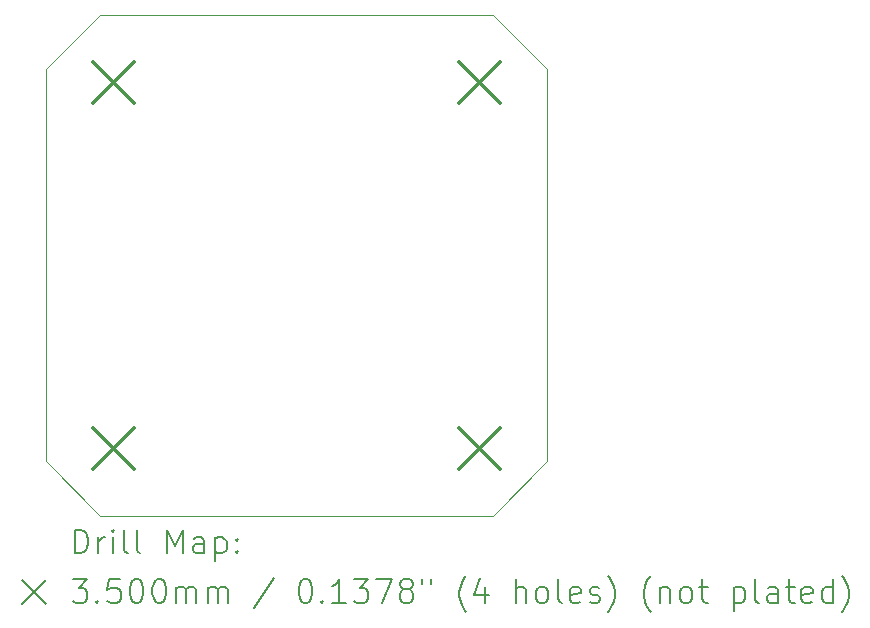
<source format=gbr>
%TF.GenerationSoftware,KiCad,Pcbnew,7.0.1*%
%TF.CreationDate,2024-04-15T22:24:18+02:00*%
%TF.ProjectId,nema17_driver,6e656d61-3137-45f6-9472-697665722e6b,rev?*%
%TF.SameCoordinates,Original*%
%TF.FileFunction,Drillmap*%
%TF.FilePolarity,Positive*%
%FSLAX45Y45*%
G04 Gerber Fmt 4.5, Leading zero omitted, Abs format (unit mm)*
G04 Created by KiCad (PCBNEW 7.0.1) date 2024-04-15 22:24:18*
%MOMM*%
%LPD*%
G01*
G04 APERTURE LIST*
%ADD10C,0.100000*%
%ADD11C,0.200000*%
%ADD12C,0.350000*%
G04 APERTURE END LIST*
D10*
X12480000Y-9760000D02*
X12480000Y-6440000D01*
X16720000Y-9760000D02*
X16260000Y-10220000D01*
X16260000Y-10220000D02*
X12940000Y-10220000D01*
X16720000Y-6440000D02*
X16720000Y-9760000D01*
X12940000Y-10220000D02*
X12480000Y-9760000D01*
X12940000Y-5980000D02*
X16260000Y-5980000D01*
X16260000Y-5980000D02*
X16720000Y-6440000D01*
X12480000Y-6440000D02*
X12940000Y-5980000D01*
D11*
D12*
X12875000Y-6375000D02*
X13225000Y-6725000D01*
X13225000Y-6375000D02*
X12875000Y-6725000D01*
X12875000Y-9475000D02*
X13225000Y-9825000D01*
X13225000Y-9475000D02*
X12875000Y-9825000D01*
X15975000Y-6375000D02*
X16325000Y-6725000D01*
X16325000Y-6375000D02*
X15975000Y-6725000D01*
X15975000Y-9475000D02*
X16325000Y-9825000D01*
X16325000Y-9475000D02*
X15975000Y-9825000D01*
D11*
X12722619Y-10537524D02*
X12722619Y-10337524D01*
X12722619Y-10337524D02*
X12770238Y-10337524D01*
X12770238Y-10337524D02*
X12798809Y-10347048D01*
X12798809Y-10347048D02*
X12817857Y-10366095D01*
X12817857Y-10366095D02*
X12827381Y-10385143D01*
X12827381Y-10385143D02*
X12836905Y-10423238D01*
X12836905Y-10423238D02*
X12836905Y-10451810D01*
X12836905Y-10451810D02*
X12827381Y-10489905D01*
X12827381Y-10489905D02*
X12817857Y-10508952D01*
X12817857Y-10508952D02*
X12798809Y-10528000D01*
X12798809Y-10528000D02*
X12770238Y-10537524D01*
X12770238Y-10537524D02*
X12722619Y-10537524D01*
X12922619Y-10537524D02*
X12922619Y-10404190D01*
X12922619Y-10442286D02*
X12932143Y-10423238D01*
X12932143Y-10423238D02*
X12941667Y-10413714D01*
X12941667Y-10413714D02*
X12960714Y-10404190D01*
X12960714Y-10404190D02*
X12979762Y-10404190D01*
X13046428Y-10537524D02*
X13046428Y-10404190D01*
X13046428Y-10337524D02*
X13036905Y-10347048D01*
X13036905Y-10347048D02*
X13046428Y-10356571D01*
X13046428Y-10356571D02*
X13055952Y-10347048D01*
X13055952Y-10347048D02*
X13046428Y-10337524D01*
X13046428Y-10337524D02*
X13046428Y-10356571D01*
X13170238Y-10537524D02*
X13151190Y-10528000D01*
X13151190Y-10528000D02*
X13141667Y-10508952D01*
X13141667Y-10508952D02*
X13141667Y-10337524D01*
X13275000Y-10537524D02*
X13255952Y-10528000D01*
X13255952Y-10528000D02*
X13246428Y-10508952D01*
X13246428Y-10508952D02*
X13246428Y-10337524D01*
X13503571Y-10537524D02*
X13503571Y-10337524D01*
X13503571Y-10337524D02*
X13570238Y-10480381D01*
X13570238Y-10480381D02*
X13636905Y-10337524D01*
X13636905Y-10337524D02*
X13636905Y-10537524D01*
X13817857Y-10537524D02*
X13817857Y-10432762D01*
X13817857Y-10432762D02*
X13808333Y-10413714D01*
X13808333Y-10413714D02*
X13789286Y-10404190D01*
X13789286Y-10404190D02*
X13751190Y-10404190D01*
X13751190Y-10404190D02*
X13732143Y-10413714D01*
X13817857Y-10528000D02*
X13798809Y-10537524D01*
X13798809Y-10537524D02*
X13751190Y-10537524D01*
X13751190Y-10537524D02*
X13732143Y-10528000D01*
X13732143Y-10528000D02*
X13722619Y-10508952D01*
X13722619Y-10508952D02*
X13722619Y-10489905D01*
X13722619Y-10489905D02*
X13732143Y-10470857D01*
X13732143Y-10470857D02*
X13751190Y-10461333D01*
X13751190Y-10461333D02*
X13798809Y-10461333D01*
X13798809Y-10461333D02*
X13817857Y-10451810D01*
X13913095Y-10404190D02*
X13913095Y-10604190D01*
X13913095Y-10413714D02*
X13932143Y-10404190D01*
X13932143Y-10404190D02*
X13970238Y-10404190D01*
X13970238Y-10404190D02*
X13989286Y-10413714D01*
X13989286Y-10413714D02*
X13998809Y-10423238D01*
X13998809Y-10423238D02*
X14008333Y-10442286D01*
X14008333Y-10442286D02*
X14008333Y-10499429D01*
X14008333Y-10499429D02*
X13998809Y-10518476D01*
X13998809Y-10518476D02*
X13989286Y-10528000D01*
X13989286Y-10528000D02*
X13970238Y-10537524D01*
X13970238Y-10537524D02*
X13932143Y-10537524D01*
X13932143Y-10537524D02*
X13913095Y-10528000D01*
X14094048Y-10518476D02*
X14103571Y-10528000D01*
X14103571Y-10528000D02*
X14094048Y-10537524D01*
X14094048Y-10537524D02*
X14084524Y-10528000D01*
X14084524Y-10528000D02*
X14094048Y-10518476D01*
X14094048Y-10518476D02*
X14094048Y-10537524D01*
X14094048Y-10413714D02*
X14103571Y-10423238D01*
X14103571Y-10423238D02*
X14094048Y-10432762D01*
X14094048Y-10432762D02*
X14084524Y-10423238D01*
X14084524Y-10423238D02*
X14094048Y-10413714D01*
X14094048Y-10413714D02*
X14094048Y-10432762D01*
X12275000Y-10765000D02*
X12475000Y-10965000D01*
X12475000Y-10765000D02*
X12275000Y-10965000D01*
X12703571Y-10757524D02*
X12827381Y-10757524D01*
X12827381Y-10757524D02*
X12760714Y-10833714D01*
X12760714Y-10833714D02*
X12789286Y-10833714D01*
X12789286Y-10833714D02*
X12808333Y-10843238D01*
X12808333Y-10843238D02*
X12817857Y-10852762D01*
X12817857Y-10852762D02*
X12827381Y-10871810D01*
X12827381Y-10871810D02*
X12827381Y-10919429D01*
X12827381Y-10919429D02*
X12817857Y-10938476D01*
X12817857Y-10938476D02*
X12808333Y-10948000D01*
X12808333Y-10948000D02*
X12789286Y-10957524D01*
X12789286Y-10957524D02*
X12732143Y-10957524D01*
X12732143Y-10957524D02*
X12713095Y-10948000D01*
X12713095Y-10948000D02*
X12703571Y-10938476D01*
X12913095Y-10938476D02*
X12922619Y-10948000D01*
X12922619Y-10948000D02*
X12913095Y-10957524D01*
X12913095Y-10957524D02*
X12903571Y-10948000D01*
X12903571Y-10948000D02*
X12913095Y-10938476D01*
X12913095Y-10938476D02*
X12913095Y-10957524D01*
X13103571Y-10757524D02*
X13008333Y-10757524D01*
X13008333Y-10757524D02*
X12998809Y-10852762D01*
X12998809Y-10852762D02*
X13008333Y-10843238D01*
X13008333Y-10843238D02*
X13027381Y-10833714D01*
X13027381Y-10833714D02*
X13075000Y-10833714D01*
X13075000Y-10833714D02*
X13094048Y-10843238D01*
X13094048Y-10843238D02*
X13103571Y-10852762D01*
X13103571Y-10852762D02*
X13113095Y-10871810D01*
X13113095Y-10871810D02*
X13113095Y-10919429D01*
X13113095Y-10919429D02*
X13103571Y-10938476D01*
X13103571Y-10938476D02*
X13094048Y-10948000D01*
X13094048Y-10948000D02*
X13075000Y-10957524D01*
X13075000Y-10957524D02*
X13027381Y-10957524D01*
X13027381Y-10957524D02*
X13008333Y-10948000D01*
X13008333Y-10948000D02*
X12998809Y-10938476D01*
X13236905Y-10757524D02*
X13255952Y-10757524D01*
X13255952Y-10757524D02*
X13275000Y-10767048D01*
X13275000Y-10767048D02*
X13284524Y-10776571D01*
X13284524Y-10776571D02*
X13294048Y-10795619D01*
X13294048Y-10795619D02*
X13303571Y-10833714D01*
X13303571Y-10833714D02*
X13303571Y-10881333D01*
X13303571Y-10881333D02*
X13294048Y-10919429D01*
X13294048Y-10919429D02*
X13284524Y-10938476D01*
X13284524Y-10938476D02*
X13275000Y-10948000D01*
X13275000Y-10948000D02*
X13255952Y-10957524D01*
X13255952Y-10957524D02*
X13236905Y-10957524D01*
X13236905Y-10957524D02*
X13217857Y-10948000D01*
X13217857Y-10948000D02*
X13208333Y-10938476D01*
X13208333Y-10938476D02*
X13198809Y-10919429D01*
X13198809Y-10919429D02*
X13189286Y-10881333D01*
X13189286Y-10881333D02*
X13189286Y-10833714D01*
X13189286Y-10833714D02*
X13198809Y-10795619D01*
X13198809Y-10795619D02*
X13208333Y-10776571D01*
X13208333Y-10776571D02*
X13217857Y-10767048D01*
X13217857Y-10767048D02*
X13236905Y-10757524D01*
X13427381Y-10757524D02*
X13446429Y-10757524D01*
X13446429Y-10757524D02*
X13465476Y-10767048D01*
X13465476Y-10767048D02*
X13475000Y-10776571D01*
X13475000Y-10776571D02*
X13484524Y-10795619D01*
X13484524Y-10795619D02*
X13494048Y-10833714D01*
X13494048Y-10833714D02*
X13494048Y-10881333D01*
X13494048Y-10881333D02*
X13484524Y-10919429D01*
X13484524Y-10919429D02*
X13475000Y-10938476D01*
X13475000Y-10938476D02*
X13465476Y-10948000D01*
X13465476Y-10948000D02*
X13446429Y-10957524D01*
X13446429Y-10957524D02*
X13427381Y-10957524D01*
X13427381Y-10957524D02*
X13408333Y-10948000D01*
X13408333Y-10948000D02*
X13398809Y-10938476D01*
X13398809Y-10938476D02*
X13389286Y-10919429D01*
X13389286Y-10919429D02*
X13379762Y-10881333D01*
X13379762Y-10881333D02*
X13379762Y-10833714D01*
X13379762Y-10833714D02*
X13389286Y-10795619D01*
X13389286Y-10795619D02*
X13398809Y-10776571D01*
X13398809Y-10776571D02*
X13408333Y-10767048D01*
X13408333Y-10767048D02*
X13427381Y-10757524D01*
X13579762Y-10957524D02*
X13579762Y-10824190D01*
X13579762Y-10843238D02*
X13589286Y-10833714D01*
X13589286Y-10833714D02*
X13608333Y-10824190D01*
X13608333Y-10824190D02*
X13636905Y-10824190D01*
X13636905Y-10824190D02*
X13655952Y-10833714D01*
X13655952Y-10833714D02*
X13665476Y-10852762D01*
X13665476Y-10852762D02*
X13665476Y-10957524D01*
X13665476Y-10852762D02*
X13675000Y-10833714D01*
X13675000Y-10833714D02*
X13694048Y-10824190D01*
X13694048Y-10824190D02*
X13722619Y-10824190D01*
X13722619Y-10824190D02*
X13741667Y-10833714D01*
X13741667Y-10833714D02*
X13751190Y-10852762D01*
X13751190Y-10852762D02*
X13751190Y-10957524D01*
X13846429Y-10957524D02*
X13846429Y-10824190D01*
X13846429Y-10843238D02*
X13855952Y-10833714D01*
X13855952Y-10833714D02*
X13875000Y-10824190D01*
X13875000Y-10824190D02*
X13903571Y-10824190D01*
X13903571Y-10824190D02*
X13922619Y-10833714D01*
X13922619Y-10833714D02*
X13932143Y-10852762D01*
X13932143Y-10852762D02*
X13932143Y-10957524D01*
X13932143Y-10852762D02*
X13941667Y-10833714D01*
X13941667Y-10833714D02*
X13960714Y-10824190D01*
X13960714Y-10824190D02*
X13989286Y-10824190D01*
X13989286Y-10824190D02*
X14008333Y-10833714D01*
X14008333Y-10833714D02*
X14017857Y-10852762D01*
X14017857Y-10852762D02*
X14017857Y-10957524D01*
X14408333Y-10748000D02*
X14236905Y-11005143D01*
X14665476Y-10757524D02*
X14684524Y-10757524D01*
X14684524Y-10757524D02*
X14703572Y-10767048D01*
X14703572Y-10767048D02*
X14713095Y-10776571D01*
X14713095Y-10776571D02*
X14722619Y-10795619D01*
X14722619Y-10795619D02*
X14732143Y-10833714D01*
X14732143Y-10833714D02*
X14732143Y-10881333D01*
X14732143Y-10881333D02*
X14722619Y-10919429D01*
X14722619Y-10919429D02*
X14713095Y-10938476D01*
X14713095Y-10938476D02*
X14703572Y-10948000D01*
X14703572Y-10948000D02*
X14684524Y-10957524D01*
X14684524Y-10957524D02*
X14665476Y-10957524D01*
X14665476Y-10957524D02*
X14646429Y-10948000D01*
X14646429Y-10948000D02*
X14636905Y-10938476D01*
X14636905Y-10938476D02*
X14627381Y-10919429D01*
X14627381Y-10919429D02*
X14617857Y-10881333D01*
X14617857Y-10881333D02*
X14617857Y-10833714D01*
X14617857Y-10833714D02*
X14627381Y-10795619D01*
X14627381Y-10795619D02*
X14636905Y-10776571D01*
X14636905Y-10776571D02*
X14646429Y-10767048D01*
X14646429Y-10767048D02*
X14665476Y-10757524D01*
X14817857Y-10938476D02*
X14827381Y-10948000D01*
X14827381Y-10948000D02*
X14817857Y-10957524D01*
X14817857Y-10957524D02*
X14808333Y-10948000D01*
X14808333Y-10948000D02*
X14817857Y-10938476D01*
X14817857Y-10938476D02*
X14817857Y-10957524D01*
X15017857Y-10957524D02*
X14903572Y-10957524D01*
X14960714Y-10957524D02*
X14960714Y-10757524D01*
X14960714Y-10757524D02*
X14941667Y-10786095D01*
X14941667Y-10786095D02*
X14922619Y-10805143D01*
X14922619Y-10805143D02*
X14903572Y-10814667D01*
X15084524Y-10757524D02*
X15208333Y-10757524D01*
X15208333Y-10757524D02*
X15141667Y-10833714D01*
X15141667Y-10833714D02*
X15170238Y-10833714D01*
X15170238Y-10833714D02*
X15189286Y-10843238D01*
X15189286Y-10843238D02*
X15198810Y-10852762D01*
X15198810Y-10852762D02*
X15208333Y-10871810D01*
X15208333Y-10871810D02*
X15208333Y-10919429D01*
X15208333Y-10919429D02*
X15198810Y-10938476D01*
X15198810Y-10938476D02*
X15189286Y-10948000D01*
X15189286Y-10948000D02*
X15170238Y-10957524D01*
X15170238Y-10957524D02*
X15113095Y-10957524D01*
X15113095Y-10957524D02*
X15094048Y-10948000D01*
X15094048Y-10948000D02*
X15084524Y-10938476D01*
X15275000Y-10757524D02*
X15408333Y-10757524D01*
X15408333Y-10757524D02*
X15322619Y-10957524D01*
X15513095Y-10843238D02*
X15494048Y-10833714D01*
X15494048Y-10833714D02*
X15484524Y-10824190D01*
X15484524Y-10824190D02*
X15475000Y-10805143D01*
X15475000Y-10805143D02*
X15475000Y-10795619D01*
X15475000Y-10795619D02*
X15484524Y-10776571D01*
X15484524Y-10776571D02*
X15494048Y-10767048D01*
X15494048Y-10767048D02*
X15513095Y-10757524D01*
X15513095Y-10757524D02*
X15551191Y-10757524D01*
X15551191Y-10757524D02*
X15570238Y-10767048D01*
X15570238Y-10767048D02*
X15579762Y-10776571D01*
X15579762Y-10776571D02*
X15589286Y-10795619D01*
X15589286Y-10795619D02*
X15589286Y-10805143D01*
X15589286Y-10805143D02*
X15579762Y-10824190D01*
X15579762Y-10824190D02*
X15570238Y-10833714D01*
X15570238Y-10833714D02*
X15551191Y-10843238D01*
X15551191Y-10843238D02*
X15513095Y-10843238D01*
X15513095Y-10843238D02*
X15494048Y-10852762D01*
X15494048Y-10852762D02*
X15484524Y-10862286D01*
X15484524Y-10862286D02*
X15475000Y-10881333D01*
X15475000Y-10881333D02*
X15475000Y-10919429D01*
X15475000Y-10919429D02*
X15484524Y-10938476D01*
X15484524Y-10938476D02*
X15494048Y-10948000D01*
X15494048Y-10948000D02*
X15513095Y-10957524D01*
X15513095Y-10957524D02*
X15551191Y-10957524D01*
X15551191Y-10957524D02*
X15570238Y-10948000D01*
X15570238Y-10948000D02*
X15579762Y-10938476D01*
X15579762Y-10938476D02*
X15589286Y-10919429D01*
X15589286Y-10919429D02*
X15589286Y-10881333D01*
X15589286Y-10881333D02*
X15579762Y-10862286D01*
X15579762Y-10862286D02*
X15570238Y-10852762D01*
X15570238Y-10852762D02*
X15551191Y-10843238D01*
X15665476Y-10757524D02*
X15665476Y-10795619D01*
X15741667Y-10757524D02*
X15741667Y-10795619D01*
X16036905Y-11033714D02*
X16027381Y-11024190D01*
X16027381Y-11024190D02*
X16008334Y-10995619D01*
X16008334Y-10995619D02*
X15998810Y-10976571D01*
X15998810Y-10976571D02*
X15989286Y-10948000D01*
X15989286Y-10948000D02*
X15979762Y-10900381D01*
X15979762Y-10900381D02*
X15979762Y-10862286D01*
X15979762Y-10862286D02*
X15989286Y-10814667D01*
X15989286Y-10814667D02*
X15998810Y-10786095D01*
X15998810Y-10786095D02*
X16008334Y-10767048D01*
X16008334Y-10767048D02*
X16027381Y-10738476D01*
X16027381Y-10738476D02*
X16036905Y-10728952D01*
X16198810Y-10824190D02*
X16198810Y-10957524D01*
X16151191Y-10748000D02*
X16103572Y-10890857D01*
X16103572Y-10890857D02*
X16227381Y-10890857D01*
X16455953Y-10957524D02*
X16455953Y-10757524D01*
X16541667Y-10957524D02*
X16541667Y-10852762D01*
X16541667Y-10852762D02*
X16532143Y-10833714D01*
X16532143Y-10833714D02*
X16513096Y-10824190D01*
X16513096Y-10824190D02*
X16484524Y-10824190D01*
X16484524Y-10824190D02*
X16465476Y-10833714D01*
X16465476Y-10833714D02*
X16455953Y-10843238D01*
X16665476Y-10957524D02*
X16646429Y-10948000D01*
X16646429Y-10948000D02*
X16636905Y-10938476D01*
X16636905Y-10938476D02*
X16627381Y-10919429D01*
X16627381Y-10919429D02*
X16627381Y-10862286D01*
X16627381Y-10862286D02*
X16636905Y-10843238D01*
X16636905Y-10843238D02*
X16646429Y-10833714D01*
X16646429Y-10833714D02*
X16665476Y-10824190D01*
X16665476Y-10824190D02*
X16694048Y-10824190D01*
X16694048Y-10824190D02*
X16713096Y-10833714D01*
X16713096Y-10833714D02*
X16722619Y-10843238D01*
X16722619Y-10843238D02*
X16732143Y-10862286D01*
X16732143Y-10862286D02*
X16732143Y-10919429D01*
X16732143Y-10919429D02*
X16722619Y-10938476D01*
X16722619Y-10938476D02*
X16713096Y-10948000D01*
X16713096Y-10948000D02*
X16694048Y-10957524D01*
X16694048Y-10957524D02*
X16665476Y-10957524D01*
X16846429Y-10957524D02*
X16827381Y-10948000D01*
X16827381Y-10948000D02*
X16817858Y-10928952D01*
X16817858Y-10928952D02*
X16817858Y-10757524D01*
X16998810Y-10948000D02*
X16979762Y-10957524D01*
X16979762Y-10957524D02*
X16941667Y-10957524D01*
X16941667Y-10957524D02*
X16922619Y-10948000D01*
X16922619Y-10948000D02*
X16913096Y-10928952D01*
X16913096Y-10928952D02*
X16913096Y-10852762D01*
X16913096Y-10852762D02*
X16922619Y-10833714D01*
X16922619Y-10833714D02*
X16941667Y-10824190D01*
X16941667Y-10824190D02*
X16979762Y-10824190D01*
X16979762Y-10824190D02*
X16998810Y-10833714D01*
X16998810Y-10833714D02*
X17008334Y-10852762D01*
X17008334Y-10852762D02*
X17008334Y-10871810D01*
X17008334Y-10871810D02*
X16913096Y-10890857D01*
X17084524Y-10948000D02*
X17103572Y-10957524D01*
X17103572Y-10957524D02*
X17141667Y-10957524D01*
X17141667Y-10957524D02*
X17160715Y-10948000D01*
X17160715Y-10948000D02*
X17170239Y-10928952D01*
X17170239Y-10928952D02*
X17170239Y-10919429D01*
X17170239Y-10919429D02*
X17160715Y-10900381D01*
X17160715Y-10900381D02*
X17141667Y-10890857D01*
X17141667Y-10890857D02*
X17113096Y-10890857D01*
X17113096Y-10890857D02*
X17094048Y-10881333D01*
X17094048Y-10881333D02*
X17084524Y-10862286D01*
X17084524Y-10862286D02*
X17084524Y-10852762D01*
X17084524Y-10852762D02*
X17094048Y-10833714D01*
X17094048Y-10833714D02*
X17113096Y-10824190D01*
X17113096Y-10824190D02*
X17141667Y-10824190D01*
X17141667Y-10824190D02*
X17160715Y-10833714D01*
X17236905Y-11033714D02*
X17246429Y-11024190D01*
X17246429Y-11024190D02*
X17265477Y-10995619D01*
X17265477Y-10995619D02*
X17275000Y-10976571D01*
X17275000Y-10976571D02*
X17284524Y-10948000D01*
X17284524Y-10948000D02*
X17294048Y-10900381D01*
X17294048Y-10900381D02*
X17294048Y-10862286D01*
X17294048Y-10862286D02*
X17284524Y-10814667D01*
X17284524Y-10814667D02*
X17275000Y-10786095D01*
X17275000Y-10786095D02*
X17265477Y-10767048D01*
X17265477Y-10767048D02*
X17246429Y-10738476D01*
X17246429Y-10738476D02*
X17236905Y-10728952D01*
X17598810Y-11033714D02*
X17589286Y-11024190D01*
X17589286Y-11024190D02*
X17570239Y-10995619D01*
X17570239Y-10995619D02*
X17560715Y-10976571D01*
X17560715Y-10976571D02*
X17551191Y-10948000D01*
X17551191Y-10948000D02*
X17541667Y-10900381D01*
X17541667Y-10900381D02*
X17541667Y-10862286D01*
X17541667Y-10862286D02*
X17551191Y-10814667D01*
X17551191Y-10814667D02*
X17560715Y-10786095D01*
X17560715Y-10786095D02*
X17570239Y-10767048D01*
X17570239Y-10767048D02*
X17589286Y-10738476D01*
X17589286Y-10738476D02*
X17598810Y-10728952D01*
X17675000Y-10824190D02*
X17675000Y-10957524D01*
X17675000Y-10843238D02*
X17684524Y-10833714D01*
X17684524Y-10833714D02*
X17703572Y-10824190D01*
X17703572Y-10824190D02*
X17732143Y-10824190D01*
X17732143Y-10824190D02*
X17751191Y-10833714D01*
X17751191Y-10833714D02*
X17760715Y-10852762D01*
X17760715Y-10852762D02*
X17760715Y-10957524D01*
X17884524Y-10957524D02*
X17865477Y-10948000D01*
X17865477Y-10948000D02*
X17855953Y-10938476D01*
X17855953Y-10938476D02*
X17846429Y-10919429D01*
X17846429Y-10919429D02*
X17846429Y-10862286D01*
X17846429Y-10862286D02*
X17855953Y-10843238D01*
X17855953Y-10843238D02*
X17865477Y-10833714D01*
X17865477Y-10833714D02*
X17884524Y-10824190D01*
X17884524Y-10824190D02*
X17913096Y-10824190D01*
X17913096Y-10824190D02*
X17932143Y-10833714D01*
X17932143Y-10833714D02*
X17941667Y-10843238D01*
X17941667Y-10843238D02*
X17951191Y-10862286D01*
X17951191Y-10862286D02*
X17951191Y-10919429D01*
X17951191Y-10919429D02*
X17941667Y-10938476D01*
X17941667Y-10938476D02*
X17932143Y-10948000D01*
X17932143Y-10948000D02*
X17913096Y-10957524D01*
X17913096Y-10957524D02*
X17884524Y-10957524D01*
X18008334Y-10824190D02*
X18084524Y-10824190D01*
X18036905Y-10757524D02*
X18036905Y-10928952D01*
X18036905Y-10928952D02*
X18046429Y-10948000D01*
X18046429Y-10948000D02*
X18065477Y-10957524D01*
X18065477Y-10957524D02*
X18084524Y-10957524D01*
X18303572Y-10824190D02*
X18303572Y-11024190D01*
X18303572Y-10833714D02*
X18322620Y-10824190D01*
X18322620Y-10824190D02*
X18360715Y-10824190D01*
X18360715Y-10824190D02*
X18379762Y-10833714D01*
X18379762Y-10833714D02*
X18389286Y-10843238D01*
X18389286Y-10843238D02*
X18398810Y-10862286D01*
X18398810Y-10862286D02*
X18398810Y-10919429D01*
X18398810Y-10919429D02*
X18389286Y-10938476D01*
X18389286Y-10938476D02*
X18379762Y-10948000D01*
X18379762Y-10948000D02*
X18360715Y-10957524D01*
X18360715Y-10957524D02*
X18322620Y-10957524D01*
X18322620Y-10957524D02*
X18303572Y-10948000D01*
X18513096Y-10957524D02*
X18494048Y-10948000D01*
X18494048Y-10948000D02*
X18484524Y-10928952D01*
X18484524Y-10928952D02*
X18484524Y-10757524D01*
X18675001Y-10957524D02*
X18675001Y-10852762D01*
X18675001Y-10852762D02*
X18665477Y-10833714D01*
X18665477Y-10833714D02*
X18646429Y-10824190D01*
X18646429Y-10824190D02*
X18608334Y-10824190D01*
X18608334Y-10824190D02*
X18589286Y-10833714D01*
X18675001Y-10948000D02*
X18655953Y-10957524D01*
X18655953Y-10957524D02*
X18608334Y-10957524D01*
X18608334Y-10957524D02*
X18589286Y-10948000D01*
X18589286Y-10948000D02*
X18579762Y-10928952D01*
X18579762Y-10928952D02*
X18579762Y-10909905D01*
X18579762Y-10909905D02*
X18589286Y-10890857D01*
X18589286Y-10890857D02*
X18608334Y-10881333D01*
X18608334Y-10881333D02*
X18655953Y-10881333D01*
X18655953Y-10881333D02*
X18675001Y-10871810D01*
X18741667Y-10824190D02*
X18817858Y-10824190D01*
X18770239Y-10757524D02*
X18770239Y-10928952D01*
X18770239Y-10928952D02*
X18779762Y-10948000D01*
X18779762Y-10948000D02*
X18798810Y-10957524D01*
X18798810Y-10957524D02*
X18817858Y-10957524D01*
X18960715Y-10948000D02*
X18941667Y-10957524D01*
X18941667Y-10957524D02*
X18903572Y-10957524D01*
X18903572Y-10957524D02*
X18884524Y-10948000D01*
X18884524Y-10948000D02*
X18875001Y-10928952D01*
X18875001Y-10928952D02*
X18875001Y-10852762D01*
X18875001Y-10852762D02*
X18884524Y-10833714D01*
X18884524Y-10833714D02*
X18903572Y-10824190D01*
X18903572Y-10824190D02*
X18941667Y-10824190D01*
X18941667Y-10824190D02*
X18960715Y-10833714D01*
X18960715Y-10833714D02*
X18970239Y-10852762D01*
X18970239Y-10852762D02*
X18970239Y-10871810D01*
X18970239Y-10871810D02*
X18875001Y-10890857D01*
X19141667Y-10957524D02*
X19141667Y-10757524D01*
X19141667Y-10948000D02*
X19122620Y-10957524D01*
X19122620Y-10957524D02*
X19084524Y-10957524D01*
X19084524Y-10957524D02*
X19065477Y-10948000D01*
X19065477Y-10948000D02*
X19055953Y-10938476D01*
X19055953Y-10938476D02*
X19046429Y-10919429D01*
X19046429Y-10919429D02*
X19046429Y-10862286D01*
X19046429Y-10862286D02*
X19055953Y-10843238D01*
X19055953Y-10843238D02*
X19065477Y-10833714D01*
X19065477Y-10833714D02*
X19084524Y-10824190D01*
X19084524Y-10824190D02*
X19122620Y-10824190D01*
X19122620Y-10824190D02*
X19141667Y-10833714D01*
X19217858Y-11033714D02*
X19227382Y-11024190D01*
X19227382Y-11024190D02*
X19246429Y-10995619D01*
X19246429Y-10995619D02*
X19255953Y-10976571D01*
X19255953Y-10976571D02*
X19265477Y-10948000D01*
X19265477Y-10948000D02*
X19275001Y-10900381D01*
X19275001Y-10900381D02*
X19275001Y-10862286D01*
X19275001Y-10862286D02*
X19265477Y-10814667D01*
X19265477Y-10814667D02*
X19255953Y-10786095D01*
X19255953Y-10786095D02*
X19246429Y-10767048D01*
X19246429Y-10767048D02*
X19227382Y-10738476D01*
X19227382Y-10738476D02*
X19217858Y-10728952D01*
M02*

</source>
